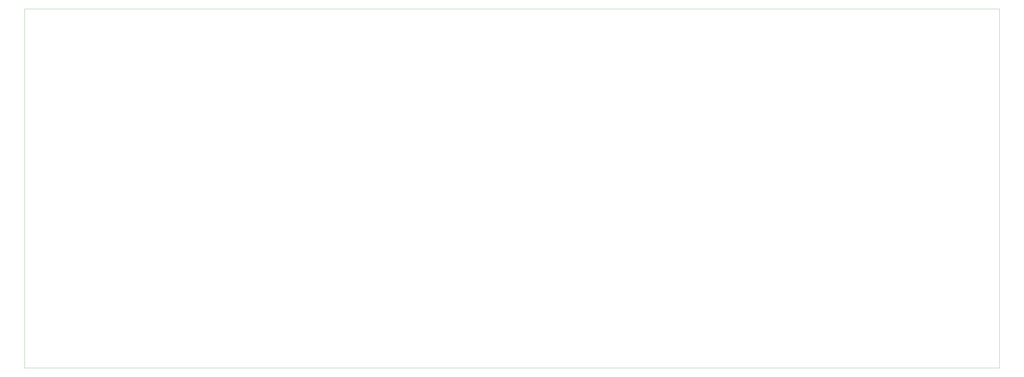
<source format=gbr>
G04 #@! TF.GenerationSoftware,KiCad,Pcbnew,(5.0.0)*
G04 #@! TF.CreationDate,2018-11-22T23:53:19+07:00*
G04 #@! TF.ProjectId,main_board4,6D61696E5F626F617264342E6B696361,1.4*
G04 #@! TF.SameCoordinates,Original*
G04 #@! TF.FileFunction,Profile,NP*
%FSLAX46Y46*%
G04 Gerber Fmt 4.6, Leading zero omitted, Abs format (unit mm)*
G04 Created by KiCad (PCBNEW (5.0.0)) date 11/22/18 23:53:19*
%MOMM*%
%LPD*%
G01*
G04 APERTURE LIST*
%ADD10C,0.100000*%
G04 APERTURE END LIST*
D10*
X430000000Y-47000000D02*
X370000000Y-47000000D01*
X430000000Y-187000000D02*
X430000000Y-47000000D01*
X370000000Y-187000000D02*
X430000000Y-187000000D01*
X50000000Y-47000000D02*
X50000000Y-187000000D01*
X50000000Y-47000000D02*
X370000000Y-47000000D01*
X60000000Y-187000000D02*
X370000000Y-187000000D01*
X60000000Y-187000000D02*
X50000000Y-187000000D01*
M02*

</source>
